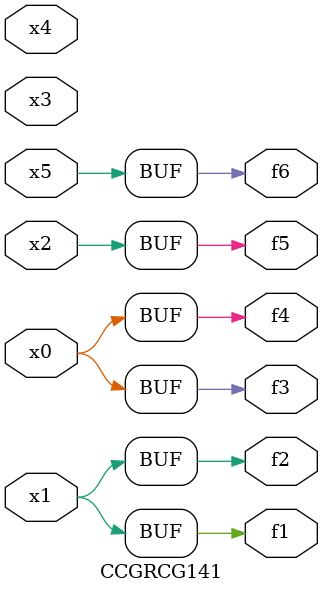
<source format=v>
module CCGRCG141(
	input x0, x1, x2, x3, x4, x5,
	output f1, f2, f3, f4, f5, f6
);
	assign f1 = x1;
	assign f2 = x1;
	assign f3 = x0;
	assign f4 = x0;
	assign f5 = x2;
	assign f6 = x5;
endmodule

</source>
